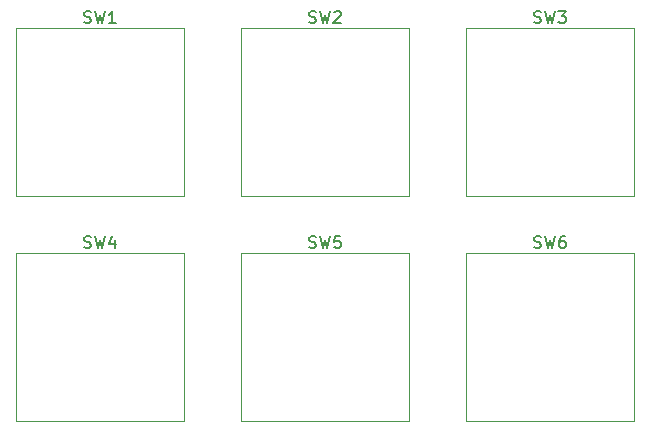
<source format=gbr>
%TF.GenerationSoftware,KiCad,Pcbnew,8.0.6*%
%TF.CreationDate,2024-10-21T20:43:56-04:00*%
%TF.ProjectId,retry,72657472-792e-46b6-9963-61645f706362,rev?*%
%TF.SameCoordinates,Original*%
%TF.FileFunction,Legend,Top*%
%TF.FilePolarity,Positive*%
%FSLAX46Y46*%
G04 Gerber Fmt 4.6, Leading zero omitted, Abs format (unit mm)*
G04 Created by KiCad (PCBNEW 8.0.6) date 2024-10-21 20:43:56*
%MOMM*%
%LPD*%
G01*
G04 APERTURE LIST*
%ADD10C,0.150000*%
%ADD11C,0.120000*%
G04 APERTURE END LIST*
D10*
X93916667Y-30507200D02*
X94059524Y-30554819D01*
X94059524Y-30554819D02*
X94297619Y-30554819D01*
X94297619Y-30554819D02*
X94392857Y-30507200D01*
X94392857Y-30507200D02*
X94440476Y-30459580D01*
X94440476Y-30459580D02*
X94488095Y-30364342D01*
X94488095Y-30364342D02*
X94488095Y-30269104D01*
X94488095Y-30269104D02*
X94440476Y-30173866D01*
X94440476Y-30173866D02*
X94392857Y-30126247D01*
X94392857Y-30126247D02*
X94297619Y-30078628D01*
X94297619Y-30078628D02*
X94107143Y-30031009D01*
X94107143Y-30031009D02*
X94011905Y-29983390D01*
X94011905Y-29983390D02*
X93964286Y-29935771D01*
X93964286Y-29935771D02*
X93916667Y-29840533D01*
X93916667Y-29840533D02*
X93916667Y-29745295D01*
X93916667Y-29745295D02*
X93964286Y-29650057D01*
X93964286Y-29650057D02*
X94011905Y-29602438D01*
X94011905Y-29602438D02*
X94107143Y-29554819D01*
X94107143Y-29554819D02*
X94345238Y-29554819D01*
X94345238Y-29554819D02*
X94488095Y-29602438D01*
X94821429Y-29554819D02*
X95059524Y-30554819D01*
X95059524Y-30554819D02*
X95250000Y-29840533D01*
X95250000Y-29840533D02*
X95440476Y-30554819D01*
X95440476Y-30554819D02*
X95678572Y-29554819D01*
X95964286Y-29554819D02*
X96583333Y-29554819D01*
X96583333Y-29554819D02*
X96250000Y-29935771D01*
X96250000Y-29935771D02*
X96392857Y-29935771D01*
X96392857Y-29935771D02*
X96488095Y-29983390D01*
X96488095Y-29983390D02*
X96535714Y-30031009D01*
X96535714Y-30031009D02*
X96583333Y-30126247D01*
X96583333Y-30126247D02*
X96583333Y-30364342D01*
X96583333Y-30364342D02*
X96535714Y-30459580D01*
X96535714Y-30459580D02*
X96488095Y-30507200D01*
X96488095Y-30507200D02*
X96392857Y-30554819D01*
X96392857Y-30554819D02*
X96107143Y-30554819D01*
X96107143Y-30554819D02*
X96011905Y-30507200D01*
X96011905Y-30507200D02*
X95964286Y-30459580D01*
X74866667Y-30507200D02*
X75009524Y-30554819D01*
X75009524Y-30554819D02*
X75247619Y-30554819D01*
X75247619Y-30554819D02*
X75342857Y-30507200D01*
X75342857Y-30507200D02*
X75390476Y-30459580D01*
X75390476Y-30459580D02*
X75438095Y-30364342D01*
X75438095Y-30364342D02*
X75438095Y-30269104D01*
X75438095Y-30269104D02*
X75390476Y-30173866D01*
X75390476Y-30173866D02*
X75342857Y-30126247D01*
X75342857Y-30126247D02*
X75247619Y-30078628D01*
X75247619Y-30078628D02*
X75057143Y-30031009D01*
X75057143Y-30031009D02*
X74961905Y-29983390D01*
X74961905Y-29983390D02*
X74914286Y-29935771D01*
X74914286Y-29935771D02*
X74866667Y-29840533D01*
X74866667Y-29840533D02*
X74866667Y-29745295D01*
X74866667Y-29745295D02*
X74914286Y-29650057D01*
X74914286Y-29650057D02*
X74961905Y-29602438D01*
X74961905Y-29602438D02*
X75057143Y-29554819D01*
X75057143Y-29554819D02*
X75295238Y-29554819D01*
X75295238Y-29554819D02*
X75438095Y-29602438D01*
X75771429Y-29554819D02*
X76009524Y-30554819D01*
X76009524Y-30554819D02*
X76200000Y-29840533D01*
X76200000Y-29840533D02*
X76390476Y-30554819D01*
X76390476Y-30554819D02*
X76628572Y-29554819D01*
X76961905Y-29650057D02*
X77009524Y-29602438D01*
X77009524Y-29602438D02*
X77104762Y-29554819D01*
X77104762Y-29554819D02*
X77342857Y-29554819D01*
X77342857Y-29554819D02*
X77438095Y-29602438D01*
X77438095Y-29602438D02*
X77485714Y-29650057D01*
X77485714Y-29650057D02*
X77533333Y-29745295D01*
X77533333Y-29745295D02*
X77533333Y-29840533D01*
X77533333Y-29840533D02*
X77485714Y-29983390D01*
X77485714Y-29983390D02*
X76914286Y-30554819D01*
X76914286Y-30554819D02*
X77533333Y-30554819D01*
X74866667Y-49557200D02*
X75009524Y-49604819D01*
X75009524Y-49604819D02*
X75247619Y-49604819D01*
X75247619Y-49604819D02*
X75342857Y-49557200D01*
X75342857Y-49557200D02*
X75390476Y-49509580D01*
X75390476Y-49509580D02*
X75438095Y-49414342D01*
X75438095Y-49414342D02*
X75438095Y-49319104D01*
X75438095Y-49319104D02*
X75390476Y-49223866D01*
X75390476Y-49223866D02*
X75342857Y-49176247D01*
X75342857Y-49176247D02*
X75247619Y-49128628D01*
X75247619Y-49128628D02*
X75057143Y-49081009D01*
X75057143Y-49081009D02*
X74961905Y-49033390D01*
X74961905Y-49033390D02*
X74914286Y-48985771D01*
X74914286Y-48985771D02*
X74866667Y-48890533D01*
X74866667Y-48890533D02*
X74866667Y-48795295D01*
X74866667Y-48795295D02*
X74914286Y-48700057D01*
X74914286Y-48700057D02*
X74961905Y-48652438D01*
X74961905Y-48652438D02*
X75057143Y-48604819D01*
X75057143Y-48604819D02*
X75295238Y-48604819D01*
X75295238Y-48604819D02*
X75438095Y-48652438D01*
X75771429Y-48604819D02*
X76009524Y-49604819D01*
X76009524Y-49604819D02*
X76200000Y-48890533D01*
X76200000Y-48890533D02*
X76390476Y-49604819D01*
X76390476Y-49604819D02*
X76628572Y-48604819D01*
X77485714Y-48604819D02*
X77009524Y-48604819D01*
X77009524Y-48604819D02*
X76961905Y-49081009D01*
X76961905Y-49081009D02*
X77009524Y-49033390D01*
X77009524Y-49033390D02*
X77104762Y-48985771D01*
X77104762Y-48985771D02*
X77342857Y-48985771D01*
X77342857Y-48985771D02*
X77438095Y-49033390D01*
X77438095Y-49033390D02*
X77485714Y-49081009D01*
X77485714Y-49081009D02*
X77533333Y-49176247D01*
X77533333Y-49176247D02*
X77533333Y-49414342D01*
X77533333Y-49414342D02*
X77485714Y-49509580D01*
X77485714Y-49509580D02*
X77438095Y-49557200D01*
X77438095Y-49557200D02*
X77342857Y-49604819D01*
X77342857Y-49604819D02*
X77104762Y-49604819D01*
X77104762Y-49604819D02*
X77009524Y-49557200D01*
X77009524Y-49557200D02*
X76961905Y-49509580D01*
X55816667Y-49557200D02*
X55959524Y-49604819D01*
X55959524Y-49604819D02*
X56197619Y-49604819D01*
X56197619Y-49604819D02*
X56292857Y-49557200D01*
X56292857Y-49557200D02*
X56340476Y-49509580D01*
X56340476Y-49509580D02*
X56388095Y-49414342D01*
X56388095Y-49414342D02*
X56388095Y-49319104D01*
X56388095Y-49319104D02*
X56340476Y-49223866D01*
X56340476Y-49223866D02*
X56292857Y-49176247D01*
X56292857Y-49176247D02*
X56197619Y-49128628D01*
X56197619Y-49128628D02*
X56007143Y-49081009D01*
X56007143Y-49081009D02*
X55911905Y-49033390D01*
X55911905Y-49033390D02*
X55864286Y-48985771D01*
X55864286Y-48985771D02*
X55816667Y-48890533D01*
X55816667Y-48890533D02*
X55816667Y-48795295D01*
X55816667Y-48795295D02*
X55864286Y-48700057D01*
X55864286Y-48700057D02*
X55911905Y-48652438D01*
X55911905Y-48652438D02*
X56007143Y-48604819D01*
X56007143Y-48604819D02*
X56245238Y-48604819D01*
X56245238Y-48604819D02*
X56388095Y-48652438D01*
X56721429Y-48604819D02*
X56959524Y-49604819D01*
X56959524Y-49604819D02*
X57150000Y-48890533D01*
X57150000Y-48890533D02*
X57340476Y-49604819D01*
X57340476Y-49604819D02*
X57578572Y-48604819D01*
X58388095Y-48938152D02*
X58388095Y-49604819D01*
X58150000Y-48557200D02*
X57911905Y-49271485D01*
X57911905Y-49271485D02*
X58530952Y-49271485D01*
X93916667Y-49557200D02*
X94059524Y-49604819D01*
X94059524Y-49604819D02*
X94297619Y-49604819D01*
X94297619Y-49604819D02*
X94392857Y-49557200D01*
X94392857Y-49557200D02*
X94440476Y-49509580D01*
X94440476Y-49509580D02*
X94488095Y-49414342D01*
X94488095Y-49414342D02*
X94488095Y-49319104D01*
X94488095Y-49319104D02*
X94440476Y-49223866D01*
X94440476Y-49223866D02*
X94392857Y-49176247D01*
X94392857Y-49176247D02*
X94297619Y-49128628D01*
X94297619Y-49128628D02*
X94107143Y-49081009D01*
X94107143Y-49081009D02*
X94011905Y-49033390D01*
X94011905Y-49033390D02*
X93964286Y-48985771D01*
X93964286Y-48985771D02*
X93916667Y-48890533D01*
X93916667Y-48890533D02*
X93916667Y-48795295D01*
X93916667Y-48795295D02*
X93964286Y-48700057D01*
X93964286Y-48700057D02*
X94011905Y-48652438D01*
X94011905Y-48652438D02*
X94107143Y-48604819D01*
X94107143Y-48604819D02*
X94345238Y-48604819D01*
X94345238Y-48604819D02*
X94488095Y-48652438D01*
X94821429Y-48604819D02*
X95059524Y-49604819D01*
X95059524Y-49604819D02*
X95250000Y-48890533D01*
X95250000Y-48890533D02*
X95440476Y-49604819D01*
X95440476Y-49604819D02*
X95678572Y-48604819D01*
X96488095Y-48604819D02*
X96297619Y-48604819D01*
X96297619Y-48604819D02*
X96202381Y-48652438D01*
X96202381Y-48652438D02*
X96154762Y-48700057D01*
X96154762Y-48700057D02*
X96059524Y-48842914D01*
X96059524Y-48842914D02*
X96011905Y-49033390D01*
X96011905Y-49033390D02*
X96011905Y-49414342D01*
X96011905Y-49414342D02*
X96059524Y-49509580D01*
X96059524Y-49509580D02*
X96107143Y-49557200D01*
X96107143Y-49557200D02*
X96202381Y-49604819D01*
X96202381Y-49604819D02*
X96392857Y-49604819D01*
X96392857Y-49604819D02*
X96488095Y-49557200D01*
X96488095Y-49557200D02*
X96535714Y-49509580D01*
X96535714Y-49509580D02*
X96583333Y-49414342D01*
X96583333Y-49414342D02*
X96583333Y-49176247D01*
X96583333Y-49176247D02*
X96535714Y-49081009D01*
X96535714Y-49081009D02*
X96488095Y-49033390D01*
X96488095Y-49033390D02*
X96392857Y-48985771D01*
X96392857Y-48985771D02*
X96202381Y-48985771D01*
X96202381Y-48985771D02*
X96107143Y-49033390D01*
X96107143Y-49033390D02*
X96059524Y-49081009D01*
X96059524Y-49081009D02*
X96011905Y-49176247D01*
X55816667Y-30507200D02*
X55959524Y-30554819D01*
X55959524Y-30554819D02*
X56197619Y-30554819D01*
X56197619Y-30554819D02*
X56292857Y-30507200D01*
X56292857Y-30507200D02*
X56340476Y-30459580D01*
X56340476Y-30459580D02*
X56388095Y-30364342D01*
X56388095Y-30364342D02*
X56388095Y-30269104D01*
X56388095Y-30269104D02*
X56340476Y-30173866D01*
X56340476Y-30173866D02*
X56292857Y-30126247D01*
X56292857Y-30126247D02*
X56197619Y-30078628D01*
X56197619Y-30078628D02*
X56007143Y-30031009D01*
X56007143Y-30031009D02*
X55911905Y-29983390D01*
X55911905Y-29983390D02*
X55864286Y-29935771D01*
X55864286Y-29935771D02*
X55816667Y-29840533D01*
X55816667Y-29840533D02*
X55816667Y-29745295D01*
X55816667Y-29745295D02*
X55864286Y-29650057D01*
X55864286Y-29650057D02*
X55911905Y-29602438D01*
X55911905Y-29602438D02*
X56007143Y-29554819D01*
X56007143Y-29554819D02*
X56245238Y-29554819D01*
X56245238Y-29554819D02*
X56388095Y-29602438D01*
X56721429Y-29554819D02*
X56959524Y-30554819D01*
X56959524Y-30554819D02*
X57150000Y-29840533D01*
X57150000Y-29840533D02*
X57340476Y-30554819D01*
X57340476Y-30554819D02*
X57578572Y-29554819D01*
X58483333Y-30554819D02*
X57911905Y-30554819D01*
X58197619Y-30554819D02*
X58197619Y-29554819D01*
X58197619Y-29554819D02*
X58102381Y-29697676D01*
X58102381Y-29697676D02*
X58007143Y-29792914D01*
X58007143Y-29792914D02*
X57911905Y-29840533D01*
D11*
%TO.C,SW3*%
X88150000Y-31000000D02*
X88150000Y-45200000D01*
X88150000Y-45200000D02*
X102350000Y-45200000D01*
X102350000Y-31000000D02*
X88150000Y-31000000D01*
X102350000Y-45200000D02*
X102350000Y-31000000D01*
%TO.C,SW2*%
X69100000Y-31000000D02*
X69100000Y-45200000D01*
X69100000Y-45200000D02*
X83300000Y-45200000D01*
X83300000Y-31000000D02*
X69100000Y-31000000D01*
X83300000Y-45200000D02*
X83300000Y-31000000D01*
%TO.C,SW5*%
X69100000Y-50050000D02*
X69100000Y-64250000D01*
X69100000Y-64250000D02*
X83300000Y-64250000D01*
X83300000Y-50050000D02*
X69100000Y-50050000D01*
X83300000Y-64250000D02*
X83300000Y-50050000D01*
%TO.C,SW4*%
X50050000Y-50050000D02*
X50050000Y-64250000D01*
X50050000Y-64250000D02*
X64250000Y-64250000D01*
X64250000Y-50050000D02*
X50050000Y-50050000D01*
X64250000Y-64250000D02*
X64250000Y-50050000D01*
%TO.C,SW6*%
X88150000Y-50050000D02*
X88150000Y-64250000D01*
X88150000Y-64250000D02*
X102350000Y-64250000D01*
X102350000Y-50050000D02*
X88150000Y-50050000D01*
X102350000Y-64250000D02*
X102350000Y-50050000D01*
%TO.C,SW1*%
X50050000Y-31000000D02*
X50050000Y-45200000D01*
X50050000Y-45200000D02*
X64250000Y-45200000D01*
X64250000Y-31000000D02*
X50050000Y-31000000D01*
X64250000Y-45200000D02*
X64250000Y-31000000D01*
%TD*%
M02*

</source>
